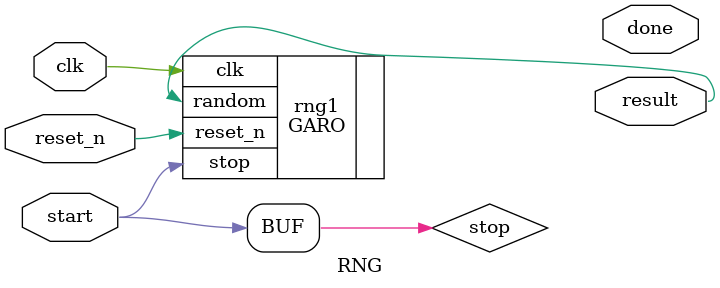
<source format=v>


module RNG(input  wire clk,
              input  wire reset_n,
              input  wire start,
              output wire result,
	      output wire done);
   
   wire stop;
   assign stop = start;
   
   GARO rng1(.stop(stop), .clk(clk), .reset_n(reset_n), .random(result));
   
endmodule

</source>
